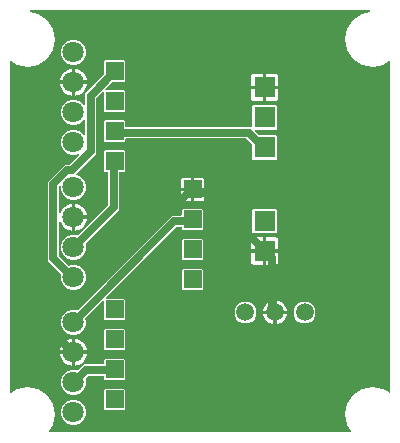
<source format=gbr>
G04 EAGLE Gerber RS-274X export*
G75*
%MOMM*%
%FSLAX34Y34*%
%LPD*%
%INTop Copper*%
%IPPOS*%
%AMOC8*
5,1,8,0,0,1.08239X$1,22.5*%
G01*
%ADD10C,1.800000*%
%ADD11C,1.508000*%
%ADD12R,1.800000X1.800000*%
%ADD13R,1.508000X1.508000*%
%ADD14C,0.635000*%

G36*
X298529Y10180D02*
X298529Y10180D01*
X298648Y10199D01*
X298651Y10200D01*
X298654Y10200D01*
X298758Y10256D01*
X298866Y10312D01*
X298869Y10314D01*
X298871Y10316D01*
X298953Y10402D01*
X299037Y10489D01*
X299038Y10492D01*
X299041Y10494D01*
X299091Y10603D01*
X299143Y10711D01*
X299143Y10714D01*
X299144Y10717D01*
X299157Y10835D01*
X299172Y10955D01*
X299171Y10958D01*
X299171Y10961D01*
X299146Y11078D01*
X299121Y11196D01*
X299120Y11199D01*
X299119Y11202D01*
X299113Y11211D01*
X299044Y11345D01*
X295689Y16366D01*
X293892Y25400D01*
X295689Y34434D01*
X300807Y42093D01*
X308466Y47211D01*
X317500Y49008D01*
X326534Y47211D01*
X331355Y43990D01*
X331466Y43939D01*
X331573Y43889D01*
X331576Y43889D01*
X331579Y43888D01*
X331699Y43875D01*
X331817Y43862D01*
X331821Y43863D01*
X331824Y43863D01*
X331940Y43889D01*
X332058Y43915D01*
X332061Y43916D01*
X332064Y43917D01*
X332166Y43979D01*
X332269Y44041D01*
X332271Y44043D01*
X332274Y44045D01*
X332351Y44137D01*
X332429Y44228D01*
X332430Y44231D01*
X332432Y44233D01*
X332475Y44343D01*
X332521Y44456D01*
X332521Y44460D01*
X332522Y44462D01*
X332523Y44473D01*
X332539Y44623D01*
X332539Y323677D01*
X332520Y323795D01*
X332501Y323914D01*
X332500Y323917D01*
X332500Y323920D01*
X332444Y324024D01*
X332388Y324133D01*
X332386Y324135D01*
X332384Y324138D01*
X332298Y324219D01*
X332211Y324303D01*
X332208Y324305D01*
X332206Y324307D01*
X332097Y324358D01*
X331989Y324409D01*
X331986Y324409D01*
X331983Y324411D01*
X331865Y324424D01*
X331745Y324438D01*
X331742Y324437D01*
X331739Y324438D01*
X331622Y324412D01*
X331504Y324388D01*
X331501Y324386D01*
X331498Y324385D01*
X331489Y324380D01*
X331355Y324310D01*
X326534Y321089D01*
X317500Y319292D01*
X308466Y321089D01*
X300807Y326207D01*
X295689Y333866D01*
X293892Y342900D01*
X295689Y351934D01*
X300807Y359593D01*
X308466Y364711D01*
X315105Y366031D01*
X315151Y366049D01*
X315199Y366057D01*
X315265Y366091D01*
X315335Y366118D01*
X315373Y366149D01*
X315417Y366172D01*
X315468Y366226D01*
X315526Y366273D01*
X315552Y366314D01*
X315586Y366350D01*
X315617Y366418D01*
X315657Y366481D01*
X315669Y366529D01*
X315690Y366573D01*
X315698Y366647D01*
X315715Y366720D01*
X315711Y366769D01*
X315717Y366817D01*
X315701Y366891D01*
X315694Y366965D01*
X315675Y367010D01*
X315664Y367058D01*
X315626Y367122D01*
X315596Y367191D01*
X315563Y367227D01*
X315538Y367269D01*
X315481Y367318D01*
X315431Y367373D01*
X315389Y367397D01*
X315351Y367429D01*
X315282Y367457D01*
X315217Y367493D01*
X315169Y367502D01*
X315123Y367521D01*
X314999Y367535D01*
X314975Y367539D01*
X314966Y367538D01*
X314956Y367539D01*
X27944Y367539D01*
X27895Y367531D01*
X27846Y367533D01*
X27775Y367512D01*
X27701Y367500D01*
X27658Y367477D01*
X27611Y367463D01*
X27549Y367419D01*
X27483Y367384D01*
X27450Y367349D01*
X27410Y367321D01*
X27366Y367260D01*
X27314Y367206D01*
X27293Y367162D01*
X27265Y367122D01*
X27242Y367051D01*
X27210Y366983D01*
X27205Y366934D01*
X27190Y366888D01*
X27192Y366813D01*
X27183Y366739D01*
X27194Y366691D01*
X27195Y366642D01*
X27220Y366571D01*
X27236Y366498D01*
X27261Y366456D01*
X27277Y366410D01*
X27323Y366351D01*
X27362Y366287D01*
X27399Y366255D01*
X27429Y366217D01*
X27492Y366176D01*
X27549Y366127D01*
X27594Y366109D01*
X27635Y366082D01*
X27754Y366044D01*
X27777Y366035D01*
X27786Y366034D01*
X27795Y366031D01*
X34434Y364711D01*
X42093Y359593D01*
X47211Y351934D01*
X49008Y342900D01*
X47211Y333866D01*
X42093Y326207D01*
X34434Y321089D01*
X25400Y319292D01*
X16366Y321089D01*
X11345Y324444D01*
X11340Y324446D01*
X11340Y324447D01*
X11336Y324448D01*
X11234Y324494D01*
X11127Y324544D01*
X11124Y324545D01*
X11121Y324546D01*
X11001Y324558D01*
X10883Y324571D01*
X10879Y324571D01*
X10876Y324571D01*
X10760Y324545D01*
X10642Y324519D01*
X10639Y324517D01*
X10636Y324517D01*
X10534Y324455D01*
X10431Y324393D01*
X10429Y324390D01*
X10426Y324389D01*
X10349Y324297D01*
X10271Y324206D01*
X10270Y324203D01*
X10268Y324201D01*
X10225Y324091D01*
X10179Y323978D01*
X10179Y323974D01*
X10178Y323972D01*
X10177Y323961D01*
X10161Y323811D01*
X10161Y44489D01*
X10180Y44371D01*
X10199Y44252D01*
X10200Y44249D01*
X10200Y44246D01*
X10256Y44142D01*
X10312Y44034D01*
X10314Y44032D01*
X10316Y44029D01*
X10402Y43947D01*
X10489Y43863D01*
X10492Y43862D01*
X10494Y43859D01*
X10604Y43808D01*
X10711Y43758D01*
X10714Y43757D01*
X10717Y43756D01*
X10835Y43743D01*
X10955Y43728D01*
X10958Y43729D01*
X10961Y43729D01*
X11078Y43754D01*
X11196Y43779D01*
X11199Y43780D01*
X11202Y43781D01*
X11211Y43787D01*
X11345Y43856D01*
X16366Y47211D01*
X25400Y49008D01*
X34434Y47211D01*
X42093Y42093D01*
X47211Y34434D01*
X49008Y25400D01*
X47211Y16366D01*
X43856Y11345D01*
X43806Y11234D01*
X43756Y11127D01*
X43755Y11124D01*
X43754Y11121D01*
X43742Y11001D01*
X43729Y10883D01*
X43729Y10879D01*
X43729Y10876D01*
X43755Y10760D01*
X43781Y10642D01*
X43783Y10639D01*
X43783Y10636D01*
X43845Y10534D01*
X43907Y10431D01*
X43910Y10429D01*
X43911Y10426D01*
X44003Y10349D01*
X44094Y10271D01*
X44097Y10270D01*
X44099Y10268D01*
X44209Y10225D01*
X44322Y10179D01*
X44326Y10179D01*
X44328Y10178D01*
X44339Y10177D01*
X44489Y10161D01*
X298411Y10161D01*
X298529Y10180D01*
G37*
%LPC*%
G36*
X62207Y131075D02*
X62207Y131075D01*
X58338Y132678D01*
X55378Y135638D01*
X53775Y139507D01*
X53775Y143724D01*
X53786Y143768D01*
X53814Y143881D01*
X53814Y143887D01*
X53815Y143893D01*
X53804Y144010D01*
X53795Y144126D01*
X53793Y144132D01*
X53792Y144138D01*
X53744Y144246D01*
X53699Y144353D01*
X53694Y144358D01*
X53692Y144363D01*
X53679Y144377D01*
X53594Y144484D01*
X42544Y155533D01*
X42544Y222419D01*
X57108Y236983D01*
X60730Y236983D01*
X60820Y236997D01*
X60911Y237005D01*
X60941Y237017D01*
X60973Y237022D01*
X61053Y237065D01*
X61137Y237101D01*
X61169Y237127D01*
X61190Y237138D01*
X61212Y237161D01*
X61268Y237206D01*
X68884Y244822D01*
X68941Y244901D01*
X69003Y244976D01*
X69013Y245000D01*
X69028Y245022D01*
X69057Y245115D01*
X69092Y245206D01*
X69093Y245232D01*
X69100Y245257D01*
X69098Y245354D01*
X69102Y245451D01*
X69095Y245476D01*
X69094Y245503D01*
X69060Y245594D01*
X69033Y245687D01*
X69019Y245709D01*
X69010Y245734D01*
X68949Y245810D01*
X68893Y245890D01*
X68872Y245905D01*
X68856Y245926D01*
X68774Y245978D01*
X68696Y246036D01*
X68671Y246044D01*
X68649Y246059D01*
X68555Y246082D01*
X68462Y246113D01*
X68436Y246112D01*
X68410Y246119D01*
X68313Y246111D01*
X68216Y246110D01*
X68184Y246101D01*
X68165Y246100D01*
X68135Y246087D01*
X68055Y246063D01*
X66393Y245375D01*
X62207Y245375D01*
X58338Y246978D01*
X55378Y249938D01*
X53775Y253807D01*
X53775Y257993D01*
X55378Y261862D01*
X58338Y264822D01*
X62207Y266425D01*
X66393Y266425D01*
X70262Y264822D01*
X72741Y262343D01*
X72799Y262302D01*
X72851Y262252D01*
X72898Y262230D01*
X72940Y262200D01*
X73009Y262179D01*
X73074Y262149D01*
X73126Y262143D01*
X73176Y262128D01*
X73247Y262129D01*
X73318Y262122D01*
X73369Y262133D01*
X73421Y262134D01*
X73489Y262159D01*
X73559Y262174D01*
X73604Y262201D01*
X73652Y262218D01*
X73708Y262263D01*
X73770Y262300D01*
X73804Y262339D01*
X73844Y262372D01*
X73883Y262432D01*
X73930Y262487D01*
X73949Y262535D01*
X73977Y262579D01*
X73995Y262648D01*
X74011Y262688D01*
X74012Y262691D01*
X74022Y262715D01*
X74030Y262786D01*
X74038Y262818D01*
X74036Y262841D01*
X74040Y262882D01*
X74040Y274318D01*
X74037Y274336D01*
X74039Y274354D01*
X74028Y274404D01*
X74027Y274461D01*
X74009Y274510D01*
X74001Y274561D01*
X73990Y274581D01*
X73987Y274594D01*
X73964Y274633D01*
X73942Y274692D01*
X73910Y274732D01*
X73885Y274778D01*
X73866Y274797D01*
X73861Y274805D01*
X73831Y274831D01*
X73789Y274884D01*
X73745Y274912D01*
X73707Y274948D01*
X73679Y274961D01*
X73674Y274965D01*
X73641Y274979D01*
X73582Y275017D01*
X73531Y275029D01*
X73484Y275051D01*
X73451Y275055D01*
X73446Y275057D01*
X73401Y275062D01*
X73343Y275077D01*
X73300Y275073D01*
X73279Y275076D01*
X73275Y275076D01*
X73271Y275075D01*
X73240Y275078D01*
X73169Y275063D01*
X73098Y275058D01*
X73056Y275040D01*
X73033Y275036D01*
X73024Y275032D01*
X72999Y275026D01*
X72938Y274989D01*
X72872Y274961D01*
X72833Y274930D01*
X72815Y274921D01*
X72805Y274910D01*
X72788Y274900D01*
X72773Y274882D01*
X72741Y274857D01*
X70262Y272378D01*
X66393Y270775D01*
X62207Y270775D01*
X58338Y272378D01*
X55378Y275338D01*
X53775Y279207D01*
X53775Y283393D01*
X55378Y287262D01*
X58338Y290222D01*
X62207Y291825D01*
X66393Y291825D01*
X70262Y290222D01*
X72741Y287743D01*
X72799Y287702D01*
X72851Y287652D01*
X72898Y287630D01*
X72940Y287600D01*
X73009Y287579D01*
X73074Y287549D01*
X73126Y287543D01*
X73176Y287528D01*
X73247Y287529D01*
X73318Y287522D01*
X73369Y287533D01*
X73421Y287534D01*
X73489Y287559D01*
X73559Y287574D01*
X73604Y287601D01*
X73652Y287618D01*
X73708Y287663D01*
X73770Y287700D01*
X73804Y287740D01*
X73844Y287772D01*
X73883Y287832D01*
X73930Y287887D01*
X73949Y287935D01*
X73977Y287979D01*
X73995Y288048D01*
X74022Y288115D01*
X74030Y288186D01*
X74038Y288218D01*
X74036Y288241D01*
X74040Y288282D01*
X74040Y297222D01*
X89772Y312954D01*
X89825Y313028D01*
X89885Y313097D01*
X89897Y313127D01*
X89916Y313153D01*
X89943Y313240D01*
X89977Y313325D01*
X89981Y313366D01*
X89988Y313389D01*
X89987Y313421D01*
X89995Y313492D01*
X89995Y324402D01*
X90888Y325295D01*
X107232Y325295D01*
X108125Y324402D01*
X108125Y308058D01*
X107232Y307165D01*
X97592Y307165D01*
X97502Y307151D01*
X97411Y307143D01*
X97381Y307131D01*
X97349Y307126D01*
X97269Y307083D01*
X97185Y307047D01*
X97153Y307021D01*
X97132Y307010D01*
X97110Y306987D01*
X97054Y306942D01*
X91306Y301194D01*
X91264Y301136D01*
X91214Y301084D01*
X91193Y301037D01*
X91162Y300995D01*
X91141Y300926D01*
X91111Y300861D01*
X91105Y300809D01*
X91090Y300759D01*
X91092Y300688D01*
X91084Y300617D01*
X91095Y300566D01*
X91096Y300514D01*
X91121Y300446D01*
X91136Y300376D01*
X91163Y300331D01*
X91181Y300283D01*
X91225Y300227D01*
X91262Y300165D01*
X91302Y300131D01*
X91334Y300091D01*
X91395Y300052D01*
X91449Y300005D01*
X91497Y299986D01*
X91541Y299958D01*
X91611Y299940D01*
X91677Y299913D01*
X91749Y299905D01*
X91780Y299897D01*
X91803Y299899D01*
X91844Y299895D01*
X107232Y299895D01*
X108125Y299002D01*
X108125Y282658D01*
X107232Y281765D01*
X90888Y281765D01*
X89995Y282658D01*
X89995Y298046D01*
X89984Y298117D01*
X89982Y298188D01*
X89964Y298237D01*
X89956Y298289D01*
X89922Y298352D01*
X89897Y298419D01*
X89865Y298460D01*
X89840Y298506D01*
X89788Y298556D01*
X89744Y298612D01*
X89700Y298640D01*
X89662Y298676D01*
X89597Y298706D01*
X89537Y298745D01*
X89486Y298757D01*
X89439Y298779D01*
X89368Y298787D01*
X89298Y298805D01*
X89246Y298801D01*
X89195Y298806D01*
X89124Y298791D01*
X89053Y298785D01*
X89005Y298765D01*
X88954Y298754D01*
X88893Y298717D01*
X88827Y298689D01*
X88771Y298644D01*
X88743Y298628D01*
X88728Y298610D01*
X88696Y298584D01*
X83663Y293551D01*
X83610Y293477D01*
X83550Y293408D01*
X83538Y293378D01*
X83519Y293352D01*
X83492Y293264D01*
X83458Y293180D01*
X83454Y293139D01*
X83447Y293116D01*
X83448Y293084D01*
X83440Y293013D01*
X83440Y246084D01*
X67915Y230559D01*
X66695Y229339D01*
X66668Y229302D01*
X66634Y229271D01*
X66597Y229203D01*
X66551Y229140D01*
X66538Y229096D01*
X66515Y229055D01*
X66502Y228979D01*
X66479Y228904D01*
X66480Y228859D01*
X66472Y228813D01*
X66483Y228736D01*
X66485Y228659D01*
X66501Y228615D01*
X66508Y228570D01*
X66543Y228501D01*
X66570Y228428D01*
X66598Y228392D01*
X66619Y228351D01*
X66675Y228296D01*
X66723Y228236D01*
X66762Y228211D01*
X66795Y228179D01*
X66915Y228113D01*
X66930Y228103D01*
X66935Y228101D01*
X66942Y228098D01*
X70262Y226722D01*
X73222Y223762D01*
X74825Y219893D01*
X74825Y215707D01*
X73222Y211838D01*
X70262Y208878D01*
X66393Y207275D01*
X62207Y207275D01*
X58338Y208878D01*
X55378Y211838D01*
X53775Y215707D01*
X53775Y218519D01*
X53764Y218590D01*
X53762Y218662D01*
X53744Y218711D01*
X53736Y218762D01*
X53702Y218825D01*
X53677Y218893D01*
X53645Y218933D01*
X53620Y218979D01*
X53569Y219028D01*
X53524Y219085D01*
X53480Y219113D01*
X53442Y219149D01*
X53377Y219179D01*
X53317Y219218D01*
X53266Y219230D01*
X53219Y219252D01*
X53148Y219260D01*
X53078Y219278D01*
X53026Y219274D01*
X52975Y219279D01*
X52904Y219264D01*
X52833Y219258D01*
X52785Y219238D01*
X52734Y219227D01*
X52673Y219190D01*
X52607Y219162D01*
X52551Y219117D01*
X52523Y219101D01*
X52508Y219083D01*
X52476Y219057D01*
X52167Y218748D01*
X52114Y218674D01*
X52054Y218605D01*
X52042Y218575D01*
X52023Y218548D01*
X51996Y218461D01*
X51962Y218377D01*
X51958Y218336D01*
X51951Y218313D01*
X51952Y218281D01*
X51944Y218210D01*
X51944Y196524D01*
X51944Y196520D01*
X51944Y196516D01*
X51965Y196397D01*
X51983Y196282D01*
X51985Y196278D01*
X51986Y196274D01*
X52043Y196170D01*
X52099Y196064D01*
X52101Y196061D01*
X52103Y196058D01*
X52191Y195977D01*
X52277Y195895D01*
X52281Y195893D01*
X52283Y195890D01*
X52392Y195841D01*
X52500Y195791D01*
X52504Y195791D01*
X52508Y195789D01*
X52627Y195777D01*
X52744Y195764D01*
X52748Y195765D01*
X52752Y195764D01*
X52868Y195791D01*
X52985Y195816D01*
X52988Y195818D01*
X52992Y195819D01*
X53093Y195881D01*
X53196Y195942D01*
X53198Y195945D01*
X53202Y195948D01*
X53279Y196039D01*
X53356Y196129D01*
X53357Y196133D01*
X53360Y196136D01*
X53429Y196289D01*
X53605Y196830D01*
X54429Y198449D01*
X55497Y199918D01*
X56782Y201203D01*
X58251Y202271D01*
X59870Y203095D01*
X61598Y203657D01*
X62777Y203843D01*
X62777Y193162D01*
X62780Y193142D01*
X62778Y193123D01*
X62800Y193021D01*
X62817Y192919D01*
X62826Y192902D01*
X62830Y192882D01*
X62883Y192793D01*
X62932Y192702D01*
X62946Y192688D01*
X62956Y192671D01*
X63035Y192604D01*
X63110Y192533D01*
X63128Y192524D01*
X63143Y192511D01*
X63239Y192473D01*
X63333Y192429D01*
X63353Y192427D01*
X63371Y192419D01*
X63538Y192401D01*
X64301Y192401D01*
X64301Y192399D01*
X63538Y192399D01*
X63518Y192396D01*
X63499Y192398D01*
X63397Y192376D01*
X63295Y192359D01*
X63278Y192350D01*
X63258Y192346D01*
X63169Y192293D01*
X63078Y192244D01*
X63064Y192230D01*
X63047Y192220D01*
X62980Y192141D01*
X62909Y192066D01*
X62900Y192048D01*
X62887Y192033D01*
X62848Y191937D01*
X62805Y191843D01*
X62803Y191823D01*
X62795Y191805D01*
X62777Y191638D01*
X62777Y180957D01*
X61598Y181143D01*
X59870Y181705D01*
X58251Y182529D01*
X56782Y183597D01*
X55497Y184882D01*
X54429Y186351D01*
X53605Y187970D01*
X53429Y188511D01*
X53427Y188515D01*
X53426Y188518D01*
X53371Y188623D01*
X53316Y188730D01*
X53313Y188732D01*
X53311Y188736D01*
X53225Y188818D01*
X53140Y188901D01*
X53136Y188902D01*
X53133Y188905D01*
X53025Y188955D01*
X52918Y189007D01*
X52914Y189007D01*
X52910Y189009D01*
X52793Y189022D01*
X52673Y189036D01*
X52669Y189036D01*
X52666Y189036D01*
X52548Y189010D01*
X52433Y188987D01*
X52429Y188985D01*
X52425Y188984D01*
X52322Y188922D01*
X52220Y188863D01*
X52217Y188860D01*
X52214Y188858D01*
X52136Y188766D01*
X52058Y188677D01*
X52057Y188674D01*
X52054Y188671D01*
X52009Y188559D01*
X51964Y188450D01*
X51964Y188446D01*
X51962Y188442D01*
X51944Y188276D01*
X51944Y159742D01*
X51958Y159652D01*
X51966Y159561D01*
X51978Y159531D01*
X51983Y159499D01*
X52026Y159419D01*
X52062Y159335D01*
X52088Y159303D01*
X52099Y159282D01*
X52122Y159260D01*
X52167Y159204D01*
X59753Y151617D01*
X59847Y151550D01*
X59942Y151479D01*
X59948Y151477D01*
X59953Y151474D01*
X60064Y151440D01*
X60176Y151403D01*
X60182Y151403D01*
X60188Y151401D01*
X60305Y151404D01*
X60422Y151405D01*
X60429Y151408D01*
X60434Y151408D01*
X60451Y151414D01*
X60583Y151452D01*
X62207Y152125D01*
X66393Y152125D01*
X70262Y150522D01*
X73222Y147562D01*
X74825Y143693D01*
X74825Y139507D01*
X73222Y135638D01*
X70262Y132678D01*
X66393Y131075D01*
X62207Y131075D01*
G37*
%LPD*%
%LPC*%
G36*
X216428Y240935D02*
X216428Y240935D01*
X215535Y241828D01*
X215535Y253880D01*
X215521Y253970D01*
X215513Y254061D01*
X215501Y254091D01*
X215496Y254123D01*
X215453Y254203D01*
X215417Y254287D01*
X215391Y254319D01*
X215380Y254340D01*
X215357Y254362D01*
X215312Y254418D01*
X210874Y258856D01*
X210800Y258909D01*
X210731Y258969D01*
X210701Y258981D01*
X210675Y259000D01*
X210587Y259027D01*
X210503Y259061D01*
X210462Y259065D01*
X210439Y259072D01*
X210407Y259071D01*
X210336Y259079D01*
X108886Y259079D01*
X108866Y259076D01*
X108847Y259078D01*
X108745Y259056D01*
X108643Y259040D01*
X108626Y259030D01*
X108606Y259026D01*
X108517Y258973D01*
X108426Y258924D01*
X108412Y258910D01*
X108395Y258900D01*
X108328Y258821D01*
X108256Y258746D01*
X108248Y258728D01*
X108235Y258713D01*
X108196Y258617D01*
X108153Y258523D01*
X108151Y258503D01*
X108143Y258485D01*
X108125Y258318D01*
X108125Y257258D01*
X107232Y256365D01*
X90888Y256365D01*
X89995Y257258D01*
X89995Y273602D01*
X90888Y274495D01*
X107232Y274495D01*
X108125Y273602D01*
X108125Y269240D01*
X108128Y269220D01*
X108126Y269201D01*
X108148Y269099D01*
X108164Y268997D01*
X108174Y268980D01*
X108178Y268960D01*
X108231Y268871D01*
X108280Y268780D01*
X108294Y268766D01*
X108304Y268749D01*
X108383Y268682D01*
X108458Y268610D01*
X108476Y268602D01*
X108491Y268589D01*
X108587Y268550D01*
X108681Y268507D01*
X108701Y268505D01*
X108719Y268497D01*
X108886Y268479D01*
X214774Y268479D01*
X214794Y268482D01*
X214813Y268480D01*
X214915Y268502D01*
X215017Y268518D01*
X215034Y268528D01*
X215054Y268532D01*
X215143Y268585D01*
X215234Y268634D01*
X215248Y268648D01*
X215265Y268658D01*
X215332Y268737D01*
X215404Y268812D01*
X215412Y268830D01*
X215425Y268845D01*
X215464Y268941D01*
X215507Y269035D01*
X215509Y269055D01*
X215517Y269073D01*
X215535Y269240D01*
X215535Y286492D01*
X216428Y287385D01*
X235692Y287385D01*
X236585Y286492D01*
X236585Y267228D01*
X235692Y266335D01*
X218526Y266335D01*
X218455Y266324D01*
X218384Y266322D01*
X218335Y266304D01*
X218283Y266296D01*
X218220Y266262D01*
X218153Y266237D01*
X218112Y266205D01*
X218066Y266180D01*
X218017Y266129D01*
X217960Y266084D01*
X217932Y266040D01*
X217896Y266002D01*
X217866Y265937D01*
X217827Y265877D01*
X217815Y265826D01*
X217793Y265779D01*
X217785Y265708D01*
X217767Y265638D01*
X217771Y265586D01*
X217766Y265535D01*
X217781Y265464D01*
X217787Y265393D01*
X217807Y265345D01*
X217818Y265294D01*
X217855Y265233D01*
X217883Y265167D01*
X217928Y265111D01*
X217944Y265083D01*
X217962Y265068D01*
X217988Y265036D01*
X220816Y262208D01*
X220890Y262155D01*
X220959Y262095D01*
X220989Y262083D01*
X221015Y262064D01*
X221102Y262037D01*
X221187Y262003D01*
X221228Y261999D01*
X221251Y261992D01*
X221283Y261993D01*
X221354Y261985D01*
X235692Y261985D01*
X236585Y261092D01*
X236585Y241828D01*
X235692Y240935D01*
X216428Y240935D01*
G37*
%LPD*%
%LPC*%
G36*
X62207Y92975D02*
X62207Y92975D01*
X58338Y94578D01*
X55378Y97538D01*
X53775Y101407D01*
X53775Y105593D01*
X55378Y109462D01*
X58338Y112422D01*
X62207Y114025D01*
X66393Y114025D01*
X67065Y113746D01*
X67130Y113731D01*
X67185Y113709D01*
X67249Y113702D01*
X67293Y113691D01*
X67299Y113692D01*
X67305Y113690D01*
X67332Y113693D01*
X67351Y113691D01*
X67359Y113691D01*
X67425Y113701D01*
X67538Y113710D01*
X67543Y113713D01*
X67550Y113713D01*
X67580Y113727D01*
X67602Y113730D01*
X67670Y113767D01*
X67764Y113807D01*
X67770Y113811D01*
X67774Y113813D01*
X67788Y113826D01*
X67800Y113835D01*
X67819Y113846D01*
X67840Y113867D01*
X67895Y113911D01*
X147659Y193676D01*
X155274Y193676D01*
X155294Y193679D01*
X155313Y193677D01*
X155415Y193699D01*
X155517Y193715D01*
X155534Y193725D01*
X155554Y193729D01*
X155643Y193782D01*
X155734Y193831D01*
X155748Y193845D01*
X155765Y193855D01*
X155832Y193934D01*
X155904Y194009D01*
X155912Y194027D01*
X155925Y194042D01*
X155964Y194138D01*
X156007Y194232D01*
X156009Y194252D01*
X156017Y194270D01*
X156035Y194437D01*
X156035Y198672D01*
X156928Y199565D01*
X173272Y199565D01*
X174165Y198672D01*
X174165Y182328D01*
X173272Y181435D01*
X156928Y181435D01*
X156035Y182328D01*
X156035Y183515D01*
X156032Y183535D01*
X156034Y183554D01*
X156012Y183656D01*
X155996Y183758D01*
X155986Y183775D01*
X155982Y183795D01*
X155929Y183884D01*
X155880Y183975D01*
X155866Y183989D01*
X155856Y184006D01*
X155777Y184073D01*
X155702Y184145D01*
X155684Y184153D01*
X155669Y184166D01*
X155573Y184205D01*
X155479Y184248D01*
X155459Y184250D01*
X155441Y184258D01*
X155274Y184276D01*
X151868Y184276D01*
X151778Y184262D01*
X151687Y184254D01*
X151657Y184242D01*
X151625Y184237D01*
X151545Y184194D01*
X151461Y184158D01*
X151429Y184132D01*
X151408Y184121D01*
X151386Y184098D01*
X151330Y184053D01*
X91941Y124664D01*
X91899Y124606D01*
X91849Y124554D01*
X91827Y124507D01*
X91797Y124465D01*
X91776Y124396D01*
X91746Y124331D01*
X91740Y124279D01*
X91725Y124229D01*
X91727Y124158D01*
X91719Y124087D01*
X91730Y124036D01*
X91731Y123984D01*
X91756Y123916D01*
X91771Y123846D01*
X91798Y123801D01*
X91816Y123753D01*
X91860Y123697D01*
X91897Y123635D01*
X91937Y123601D01*
X91969Y123561D01*
X92030Y123522D01*
X92084Y123475D01*
X92132Y123456D01*
X92176Y123428D01*
X92246Y123410D01*
X92312Y123383D01*
X92384Y123375D01*
X92415Y123367D01*
X92438Y123369D01*
X92479Y123365D01*
X107232Y123365D01*
X108125Y122472D01*
X108125Y106128D01*
X107232Y105235D01*
X90888Y105235D01*
X89995Y106128D01*
X89995Y120881D01*
X89984Y120952D01*
X89982Y121023D01*
X89964Y121072D01*
X89956Y121124D01*
X89922Y121187D01*
X89897Y121254D01*
X89865Y121295D01*
X89840Y121341D01*
X89789Y121390D01*
X89744Y121447D01*
X89700Y121475D01*
X89662Y121511D01*
X89597Y121541D01*
X89537Y121580D01*
X89486Y121592D01*
X89439Y121614D01*
X89368Y121622D01*
X89298Y121640D01*
X89246Y121636D01*
X89195Y121641D01*
X89124Y121626D01*
X89053Y121620D01*
X89005Y121600D01*
X88954Y121589D01*
X88893Y121552D01*
X88827Y121524D01*
X88771Y121479D01*
X88743Y121463D01*
X88728Y121445D01*
X88696Y121419D01*
X74612Y107335D01*
X74563Y107268D01*
X74563Y107267D01*
X74544Y107241D01*
X74474Y107147D01*
X74472Y107141D01*
X74468Y107136D01*
X74434Y107024D01*
X74398Y106913D01*
X74398Y106907D01*
X74396Y106901D01*
X74399Y106784D01*
X74400Y106667D01*
X74402Y106660D01*
X74402Y106655D01*
X74409Y106637D01*
X74447Y106506D01*
X74825Y105594D01*
X74825Y101407D01*
X73222Y97538D01*
X70262Y94578D01*
X66393Y92975D01*
X62207Y92975D01*
G37*
%LPD*%
%LPC*%
G36*
X62207Y156475D02*
X62207Y156475D01*
X58338Y158078D01*
X55378Y161038D01*
X53775Y164907D01*
X53775Y169093D01*
X55378Y172962D01*
X58338Y175922D01*
X62207Y177525D01*
X66393Y177525D01*
X67425Y177098D01*
X67538Y177071D01*
X67652Y177042D01*
X67658Y177043D01*
X67664Y177041D01*
X67781Y177052D01*
X67897Y177062D01*
X67903Y177064D01*
X67909Y177065D01*
X68016Y177112D01*
X68123Y177158D01*
X68129Y177162D01*
X68134Y177165D01*
X68147Y177177D01*
X68254Y177263D01*
X93502Y202511D01*
X93555Y202585D01*
X93615Y202654D01*
X93627Y202684D01*
X93646Y202710D01*
X93673Y202797D01*
X93707Y202882D01*
X93711Y202923D01*
X93718Y202946D01*
X93717Y202978D01*
X93725Y203049D01*
X93725Y230204D01*
X93722Y230224D01*
X93724Y230243D01*
X93702Y230345D01*
X93686Y230447D01*
X93676Y230464D01*
X93672Y230484D01*
X93619Y230573D01*
X93570Y230664D01*
X93556Y230678D01*
X93546Y230695D01*
X93467Y230762D01*
X93392Y230834D01*
X93374Y230842D01*
X93359Y230855D01*
X93263Y230894D01*
X93169Y230937D01*
X93149Y230939D01*
X93131Y230947D01*
X92964Y230965D01*
X90888Y230965D01*
X89995Y231858D01*
X89995Y248202D01*
X90888Y249095D01*
X107232Y249095D01*
X108125Y248202D01*
X108125Y231858D01*
X107232Y230965D01*
X103886Y230965D01*
X103866Y230962D01*
X103847Y230964D01*
X103745Y230942D01*
X103643Y230926D01*
X103626Y230916D01*
X103606Y230912D01*
X103517Y230859D01*
X103426Y230810D01*
X103412Y230796D01*
X103395Y230786D01*
X103328Y230707D01*
X103256Y230632D01*
X103248Y230614D01*
X103235Y230599D01*
X103196Y230503D01*
X103153Y230409D01*
X103151Y230389D01*
X103143Y230371D01*
X103125Y230204D01*
X103125Y198840D01*
X74761Y170476D01*
X74692Y170381D01*
X74623Y170288D01*
X74621Y170282D01*
X74617Y170276D01*
X74583Y170165D01*
X74547Y170054D01*
X74547Y170047D01*
X74545Y170041D01*
X74548Y169925D01*
X74549Y169808D01*
X74551Y169800D01*
X74551Y169795D01*
X74558Y169778D01*
X74596Y169647D01*
X74825Y169093D01*
X74825Y164907D01*
X73222Y161038D01*
X70262Y158078D01*
X66393Y156475D01*
X62207Y156475D01*
G37*
%LPD*%
%LPC*%
G36*
X62207Y42175D02*
X62207Y42175D01*
X58338Y43778D01*
X55378Y46738D01*
X53775Y50607D01*
X53775Y54793D01*
X55378Y58662D01*
X58338Y61622D01*
X62207Y63225D01*
X66393Y63225D01*
X67335Y62835D01*
X67449Y62808D01*
X67562Y62780D01*
X67568Y62780D01*
X67574Y62779D01*
X67691Y62790D01*
X67807Y62799D01*
X67813Y62801D01*
X67819Y62802D01*
X67927Y62850D01*
X68033Y62895D01*
X68039Y62900D01*
X68044Y62902D01*
X68058Y62914D01*
X68164Y63000D01*
X72856Y67692D01*
X89234Y67692D01*
X89254Y67695D01*
X89273Y67693D01*
X89375Y67715D01*
X89477Y67731D01*
X89494Y67741D01*
X89514Y67745D01*
X89603Y67798D01*
X89694Y67847D01*
X89708Y67861D01*
X89725Y67871D01*
X89792Y67950D01*
X89864Y68025D01*
X89872Y68043D01*
X89885Y68058D01*
X89924Y68154D01*
X89967Y68248D01*
X89969Y68268D01*
X89977Y68286D01*
X89995Y68453D01*
X89995Y71672D01*
X90888Y72565D01*
X107232Y72565D01*
X108125Y71672D01*
X108125Y55328D01*
X107232Y54435D01*
X90888Y54435D01*
X89995Y55328D01*
X89995Y57531D01*
X89992Y57551D01*
X89994Y57570D01*
X89972Y57672D01*
X89956Y57774D01*
X89946Y57791D01*
X89942Y57811D01*
X89889Y57900D01*
X89840Y57991D01*
X89826Y58005D01*
X89816Y58022D01*
X89737Y58089D01*
X89662Y58161D01*
X89644Y58169D01*
X89629Y58182D01*
X89533Y58221D01*
X89439Y58264D01*
X89419Y58266D01*
X89401Y58274D01*
X89234Y58292D01*
X77065Y58292D01*
X76975Y58278D01*
X76884Y58270D01*
X76854Y58258D01*
X76822Y58253D01*
X76742Y58210D01*
X76658Y58174D01*
X76626Y58148D01*
X76605Y58137D01*
X76583Y58114D01*
X76527Y58069D01*
X74723Y56266D01*
X74655Y56171D01*
X74585Y56077D01*
X74584Y56071D01*
X74580Y56066D01*
X74546Y55955D01*
X74509Y55843D01*
X74509Y55837D01*
X74508Y55831D01*
X74511Y55714D01*
X74512Y55597D01*
X74514Y55590D01*
X74514Y55585D01*
X74520Y55568D01*
X74558Y55436D01*
X74825Y54794D01*
X74825Y50607D01*
X73222Y46738D01*
X70262Y43778D01*
X66393Y42175D01*
X62207Y42175D01*
G37*
%LPD*%
%LPC*%
G36*
X216428Y178705D02*
X216428Y178705D01*
X215535Y179598D01*
X215535Y198862D01*
X216428Y199755D01*
X235692Y199755D01*
X236585Y198862D01*
X236585Y179598D01*
X235692Y178705D01*
X216428Y178705D01*
G37*
%LPD*%
%LPC*%
G36*
X62207Y321575D02*
X62207Y321575D01*
X58338Y323178D01*
X55378Y326138D01*
X53775Y330007D01*
X53775Y334193D01*
X55378Y338062D01*
X58338Y341022D01*
X62207Y342625D01*
X66393Y342625D01*
X70262Y341022D01*
X73222Y338062D01*
X74825Y334193D01*
X74825Y330007D01*
X73222Y326138D01*
X70262Y323178D01*
X66393Y321575D01*
X62207Y321575D01*
G37*
%LPD*%
%LPC*%
G36*
X62207Y16775D02*
X62207Y16775D01*
X58338Y18378D01*
X55378Y21338D01*
X53775Y25207D01*
X53775Y29393D01*
X55378Y33262D01*
X58338Y36222D01*
X62207Y37825D01*
X66393Y37825D01*
X70262Y36222D01*
X73222Y33262D01*
X74825Y29393D01*
X74825Y25207D01*
X73222Y21338D01*
X70262Y18378D01*
X66393Y16775D01*
X62207Y16775D01*
G37*
%LPD*%
%LPC*%
G36*
X156928Y130635D02*
X156928Y130635D01*
X156035Y131528D01*
X156035Y147872D01*
X156928Y148765D01*
X173272Y148765D01*
X174165Y147872D01*
X174165Y131528D01*
X173272Y130635D01*
X156928Y130635D01*
G37*
%LPD*%
%LPC*%
G36*
X156928Y156035D02*
X156928Y156035D01*
X156035Y156928D01*
X156035Y173272D01*
X156928Y174165D01*
X173272Y174165D01*
X174165Y173272D01*
X174165Y156928D01*
X173272Y156035D01*
X156928Y156035D01*
G37*
%LPD*%
%LPC*%
G36*
X90888Y79835D02*
X90888Y79835D01*
X89995Y80728D01*
X89995Y97072D01*
X90888Y97965D01*
X107232Y97965D01*
X108125Y97072D01*
X108125Y80728D01*
X107232Y79835D01*
X90888Y79835D01*
G37*
%LPD*%
%LPC*%
G36*
X90888Y29035D02*
X90888Y29035D01*
X89995Y29928D01*
X89995Y46272D01*
X90888Y47165D01*
X107232Y47165D01*
X108125Y46272D01*
X108125Y29928D01*
X107232Y29035D01*
X90888Y29035D01*
G37*
%LPD*%
%LPC*%
G36*
X208147Y102695D02*
X208147Y102695D01*
X204815Y104075D01*
X202265Y106625D01*
X200885Y109957D01*
X200885Y113563D01*
X202265Y116895D01*
X204815Y119445D01*
X208147Y120825D01*
X211753Y120825D01*
X215085Y119445D01*
X217635Y116895D01*
X219015Y113563D01*
X219015Y109957D01*
X217635Y106625D01*
X215085Y104075D01*
X211753Y102695D01*
X208147Y102695D01*
G37*
%LPD*%
%LPC*%
G36*
X258147Y102695D02*
X258147Y102695D01*
X254815Y104075D01*
X252265Y106625D01*
X250885Y109957D01*
X250885Y113563D01*
X252265Y116895D01*
X254815Y119445D01*
X258147Y120825D01*
X261753Y120825D01*
X265085Y119445D01*
X267635Y116895D01*
X269015Y113563D01*
X269015Y109957D01*
X267635Y106625D01*
X265085Y104075D01*
X261753Y102695D01*
X258147Y102695D01*
G37*
%LPD*%
%LPC*%
G36*
X227583Y303783D02*
X227583Y303783D01*
X227583Y313801D01*
X235394Y313801D01*
X236041Y313628D01*
X236620Y313293D01*
X237093Y312820D01*
X237428Y312241D01*
X237601Y311594D01*
X237601Y303783D01*
X227583Y303783D01*
G37*
%LPD*%
%LPC*%
G36*
X227583Y165353D02*
X227583Y165353D01*
X227583Y175371D01*
X235394Y175371D01*
X236041Y175198D01*
X236620Y174863D01*
X237093Y174390D01*
X237428Y173811D01*
X237601Y173164D01*
X237601Y165353D01*
X227583Y165353D01*
G37*
%LPD*%
%LPC*%
G36*
X227583Y300737D02*
X227583Y300737D01*
X237601Y300737D01*
X237601Y292926D01*
X237428Y292279D01*
X237093Y291700D01*
X236620Y291227D01*
X236041Y290892D01*
X235394Y290719D01*
X227583Y290719D01*
X227583Y300737D01*
G37*
%LPD*%
%LPC*%
G36*
X227583Y162307D02*
X227583Y162307D01*
X237601Y162307D01*
X237601Y154496D01*
X237428Y153849D01*
X237093Y153270D01*
X236620Y152797D01*
X236041Y152462D01*
X235394Y152289D01*
X227583Y152289D01*
X227583Y162307D01*
G37*
%LPD*%
%LPC*%
G36*
X214519Y303783D02*
X214519Y303783D01*
X214519Y311594D01*
X214692Y312241D01*
X215027Y312820D01*
X215500Y313293D01*
X216079Y313628D01*
X216726Y313801D01*
X224537Y313801D01*
X224537Y303783D01*
X214519Y303783D01*
G37*
%LPD*%
%LPC*%
G36*
X214519Y165353D02*
X214519Y165353D01*
X214519Y173164D01*
X214692Y173811D01*
X215027Y174390D01*
X215500Y174863D01*
X216079Y175198D01*
X216726Y175371D01*
X224537Y175371D01*
X224537Y165353D01*
X214519Y165353D01*
G37*
%LPD*%
%LPC*%
G36*
X216726Y290719D02*
X216726Y290719D01*
X216079Y290892D01*
X215500Y291227D01*
X215027Y291700D01*
X214692Y292279D01*
X214519Y292926D01*
X214519Y300737D01*
X224537Y300737D01*
X224537Y290719D01*
X216726Y290719D01*
G37*
%LPD*%
%LPC*%
G36*
X216726Y152289D02*
X216726Y152289D01*
X216079Y152462D01*
X215500Y152797D01*
X215027Y153270D01*
X214692Y153849D01*
X214519Y154496D01*
X214519Y162307D01*
X224537Y162307D01*
X224537Y152289D01*
X216726Y152289D01*
G37*
%LPD*%
%LPC*%
G36*
X65823Y308223D02*
X65823Y308223D01*
X65823Y318143D01*
X67002Y317957D01*
X68730Y317395D01*
X70349Y316571D01*
X71818Y315503D01*
X73103Y314218D01*
X74171Y312749D01*
X74995Y311130D01*
X75557Y309402D01*
X75743Y308223D01*
X65823Y308223D01*
G37*
%LPD*%
%LPC*%
G36*
X65823Y193923D02*
X65823Y193923D01*
X65823Y203843D01*
X67002Y203657D01*
X68730Y203095D01*
X70349Y202271D01*
X71818Y201203D01*
X73103Y199918D01*
X74171Y198449D01*
X74995Y196830D01*
X75557Y195102D01*
X75743Y193923D01*
X65823Y193923D01*
G37*
%LPD*%
%LPC*%
G36*
X65823Y79623D02*
X65823Y79623D01*
X65823Y89543D01*
X67002Y89357D01*
X68730Y88795D01*
X70349Y87971D01*
X71818Y86903D01*
X73103Y85618D01*
X74171Y84149D01*
X74995Y82530D01*
X75557Y80802D01*
X75743Y79623D01*
X65823Y79623D01*
G37*
%LPD*%
%LPC*%
G36*
X65823Y190877D02*
X65823Y190877D01*
X75743Y190877D01*
X75557Y189698D01*
X74995Y187970D01*
X74171Y186351D01*
X73103Y184882D01*
X71818Y183597D01*
X70349Y182529D01*
X68730Y181705D01*
X67002Y181143D01*
X65823Y180957D01*
X65823Y190877D01*
G37*
%LPD*%
%LPC*%
G36*
X52857Y79623D02*
X52857Y79623D01*
X53043Y80802D01*
X53605Y82530D01*
X54429Y84149D01*
X55497Y85618D01*
X56782Y86903D01*
X58251Y87971D01*
X59870Y88795D01*
X61598Y89357D01*
X62777Y89543D01*
X62777Y79623D01*
X52857Y79623D01*
G37*
%LPD*%
%LPC*%
G36*
X65823Y76577D02*
X65823Y76577D01*
X75743Y76577D01*
X75557Y75398D01*
X74995Y73670D01*
X74171Y72051D01*
X73103Y70582D01*
X71818Y69297D01*
X70349Y68229D01*
X68730Y67405D01*
X67002Y66843D01*
X65823Y66657D01*
X65823Y76577D01*
G37*
%LPD*%
%LPC*%
G36*
X52857Y308223D02*
X52857Y308223D01*
X53043Y309402D01*
X53605Y311130D01*
X54429Y312749D01*
X55497Y314218D01*
X56782Y315503D01*
X58251Y316571D01*
X59870Y317395D01*
X61598Y317957D01*
X62777Y318143D01*
X62777Y308223D01*
X52857Y308223D01*
G37*
%LPD*%
%LPC*%
G36*
X65823Y305177D02*
X65823Y305177D01*
X75743Y305177D01*
X75557Y303998D01*
X74995Y302270D01*
X74171Y300651D01*
X73103Y299182D01*
X71818Y297897D01*
X70349Y296829D01*
X68730Y296005D01*
X67002Y295443D01*
X65823Y295257D01*
X65823Y305177D01*
G37*
%LPD*%
%LPC*%
G36*
X61598Y295443D02*
X61598Y295443D01*
X59870Y296005D01*
X58251Y296829D01*
X56782Y297897D01*
X55497Y299182D01*
X54429Y300651D01*
X53605Y302270D01*
X53043Y303998D01*
X52857Y305177D01*
X62777Y305177D01*
X62777Y295257D01*
X61598Y295443D01*
G37*
%LPD*%
%LPC*%
G36*
X61598Y66843D02*
X61598Y66843D01*
X59870Y67405D01*
X58251Y68229D01*
X56782Y69297D01*
X55497Y70582D01*
X54429Y72051D01*
X53605Y73670D01*
X53043Y75398D01*
X52857Y76577D01*
X62777Y76577D01*
X62777Y66657D01*
X61598Y66843D01*
G37*
%LPD*%
%LPC*%
G36*
X166623Y217423D02*
X166623Y217423D01*
X166623Y225981D01*
X172974Y225981D01*
X173621Y225808D01*
X174200Y225473D01*
X174673Y225000D01*
X175008Y224421D01*
X175181Y223774D01*
X175181Y217423D01*
X166623Y217423D01*
G37*
%LPD*%
%LPC*%
G36*
X155019Y217423D02*
X155019Y217423D01*
X155019Y223774D01*
X155192Y224421D01*
X155527Y225000D01*
X156000Y225473D01*
X156579Y225808D01*
X157226Y225981D01*
X163577Y225981D01*
X163577Y217423D01*
X155019Y217423D01*
G37*
%LPD*%
%LPC*%
G36*
X166623Y205819D02*
X166623Y205819D01*
X166623Y214377D01*
X175181Y214377D01*
X175181Y208026D01*
X175008Y207379D01*
X174673Y206800D01*
X174200Y206327D01*
X173621Y205992D01*
X172974Y205819D01*
X166623Y205819D01*
G37*
%LPD*%
%LPC*%
G36*
X157226Y205819D02*
X157226Y205819D01*
X156579Y205992D01*
X156000Y206327D01*
X155527Y206800D01*
X155192Y207379D01*
X155019Y208026D01*
X155019Y214377D01*
X163577Y214377D01*
X163577Y205819D01*
X157226Y205819D01*
G37*
%LPD*%
%LPC*%
G36*
X236473Y113283D02*
X236473Y113283D01*
X236473Y121725D01*
X237311Y121593D01*
X238820Y121102D01*
X240233Y120382D01*
X241517Y119449D01*
X242639Y118327D01*
X243572Y117043D01*
X244292Y115630D01*
X244783Y114121D01*
X244915Y113283D01*
X236473Y113283D01*
G37*
%LPD*%
%LPC*%
G36*
X224985Y113283D02*
X224985Y113283D01*
X225117Y114121D01*
X225608Y115630D01*
X226328Y117043D01*
X227261Y118327D01*
X228383Y119449D01*
X229667Y120382D01*
X231080Y121102D01*
X232589Y121593D01*
X233427Y121725D01*
X233427Y113283D01*
X224985Y113283D01*
G37*
%LPD*%
%LPC*%
G36*
X236473Y110237D02*
X236473Y110237D01*
X244915Y110237D01*
X244783Y109399D01*
X244292Y107890D01*
X243572Y106477D01*
X242639Y105193D01*
X241517Y104071D01*
X240233Y103138D01*
X238820Y102418D01*
X237311Y101927D01*
X236473Y101795D01*
X236473Y110237D01*
G37*
%LPD*%
%LPC*%
G36*
X232589Y101927D02*
X232589Y101927D01*
X231080Y102418D01*
X229667Y103138D01*
X228383Y104071D01*
X227261Y105193D01*
X226328Y106477D01*
X225608Y107890D01*
X225117Y109399D01*
X224985Y110237D01*
X233427Y110237D01*
X233427Y101795D01*
X232589Y101927D01*
G37*
%LPD*%
%LPC*%
G36*
X64299Y306699D02*
X64299Y306699D01*
X64299Y306701D01*
X64301Y306701D01*
X64301Y306699D01*
X64299Y306699D01*
G37*
%LPD*%
%LPC*%
G36*
X234949Y111759D02*
X234949Y111759D01*
X234949Y111761D01*
X234951Y111761D01*
X234951Y111759D01*
X234949Y111759D01*
G37*
%LPD*%
%LPC*%
G36*
X165099Y215899D02*
X165099Y215899D01*
X165099Y215901D01*
X165101Y215901D01*
X165101Y215899D01*
X165099Y215899D01*
G37*
%LPD*%
%LPC*%
G36*
X226059Y163829D02*
X226059Y163829D01*
X226059Y163831D01*
X226061Y163831D01*
X226061Y163829D01*
X226059Y163829D01*
G37*
%LPD*%
%LPC*%
G36*
X226059Y302259D02*
X226059Y302259D01*
X226059Y302261D01*
X226061Y302261D01*
X226061Y302259D01*
X226059Y302259D01*
G37*
%LPD*%
%LPC*%
G36*
X64299Y78099D02*
X64299Y78099D01*
X64299Y78101D01*
X64301Y78101D01*
X64301Y78099D01*
X64299Y78099D01*
G37*
%LPD*%
D10*
X64300Y217800D03*
X64300Y192400D03*
X64300Y167000D03*
X64300Y141600D03*
X64300Y103500D03*
X64300Y78100D03*
X64300Y52700D03*
X64300Y27300D03*
X64300Y332100D03*
X64300Y306700D03*
X64300Y281300D03*
X64300Y255900D03*
D11*
X234950Y111760D03*
X209950Y111760D03*
X259950Y111760D03*
D12*
X226060Y302260D03*
X226060Y276860D03*
X226060Y251460D03*
X226060Y189230D03*
X226060Y163830D03*
D13*
X165100Y215900D03*
X165100Y139700D03*
X165100Y190500D03*
X165100Y165100D03*
X99060Y316230D03*
X99060Y240030D03*
X99060Y290830D03*
X99060Y265430D03*
X99060Y114300D03*
X99060Y38100D03*
X99060Y88900D03*
X99060Y63500D03*
D14*
X78740Y295275D02*
X98425Y314960D01*
X78740Y295275D02*
X78740Y248031D01*
X62992Y232283D01*
X59055Y232283D01*
X47244Y220472D01*
X47244Y157480D01*
X62992Y141732D01*
X98425Y314960D02*
X99060Y316230D01*
X64300Y141600D02*
X62992Y141732D01*
X98425Y200787D02*
X98425Y236220D01*
X98425Y200787D02*
X66929Y169291D01*
X98425Y236220D02*
X99060Y240030D01*
X66929Y169291D02*
X64300Y167000D01*
X74803Y62992D02*
X98425Y62992D01*
X74803Y62992D02*
X66929Y55118D01*
X98425Y62992D02*
X99060Y63500D01*
X66929Y55118D02*
X64300Y52700D01*
X149606Y188976D02*
X161417Y188976D01*
X149606Y188976D02*
X66929Y106299D01*
X161417Y188976D02*
X165100Y190500D01*
X66929Y106299D02*
X64300Y103500D01*
X165354Y212598D02*
X177165Y212598D01*
X224409Y165354D01*
X165354Y212598D02*
X165100Y215900D01*
X224409Y165354D02*
X226060Y163830D01*
X232283Y157480D02*
X232283Y114173D01*
X232283Y157480D02*
X228346Y161417D01*
X232283Y114173D02*
X234950Y111760D01*
X228346Y161417D02*
X226060Y163830D01*
X62992Y78740D02*
X47244Y94488D01*
X47244Y106299D01*
X66929Y125984D01*
X74803Y125984D01*
X161417Y212598D01*
X64300Y78100D02*
X62992Y78740D01*
X161417Y212598D02*
X165100Y215900D01*
X212598Y263779D02*
X102362Y263779D01*
X212598Y263779D02*
X224409Y251968D01*
X102362Y263779D02*
X99060Y265430D01*
X224409Y251968D02*
X226060Y251460D01*
M02*

</source>
